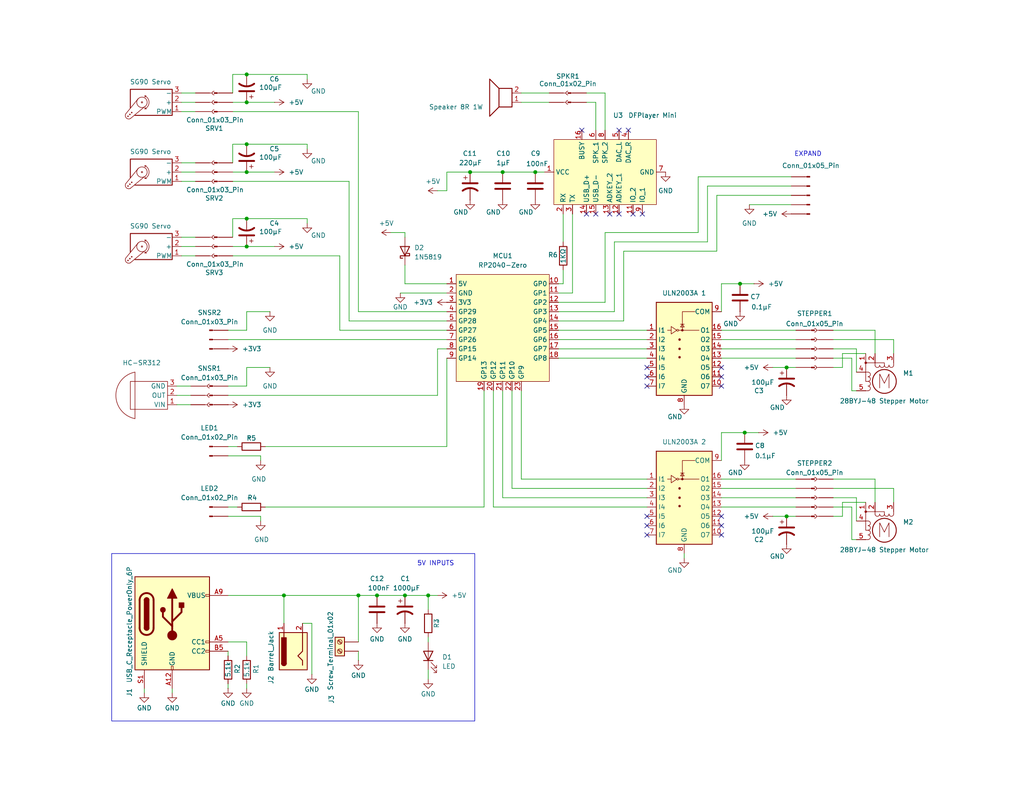
<source format=kicad_sch>
(kicad_sch (version 20250114) (generator "eeschema") (generator_version "9.0")
  (paper "USLetter")
  (title_block (title "Creature Control") (date "2025-10-09") (rev "1.2"))
  (lib_symbols
    (symbol "Conn_01x02_Pin_1" (pin_numbers (hide yes)) (pin_names (offset 1.016) (hide yes))
      (property "Reference" "J" (at 0 2.54 0))
      (property "Value" "Conn_01x02_Pin" (at 0 -5.08 0))
      (symbol "Conn_01x02_Pin_1_1_1"
        (pin passive line (at 5.08 0 180) (length 3.81) (name "Pin_1") (number "1"))
        (pin passive line (at 5.08 -2.54 180) (length 3.81) (name "Pin_2") (number "2"))
      )
    )
    (symbol "Conn_01x03_Pin_1" (pin_numbers (hide yes)) (pin_names (offset 1.016) (hide yes))
      (property "Reference" "J" (at 0 5.08 0))
      (property "Value" "Conn_01x03_Pin" (at 0 -5.08 0))
      (symbol "Conn_01x03_Pin_1_1_1"
        (pin passive line (at 5.08 2.54 180) (length 3.81) (name "Pin_1") (number "1"))
        (pin passive line (at 5.08 0 180) (length 3.81) (name "Pin_2") (number "2"))
        (pin passive line (at 5.08 -2.54 180) (length 3.81) (name "Pin_3") (number "3"))
      )
    )
    (symbol "Conn_01x03_Pin_2" (pin_numbers (hide yes)) (pin_names (offset 1.016) (hide yes))
      (property "Reference" "J" (at 0 5.08 0))
      (property "Value" "Conn_01x03_Pin" (at 0 -5.08 0))
      (symbol "Conn_01x03_Pin_2_1_1"
        (pin passive line (at 5.08 2.54 180) (length 3.81) (name "Pin_1") (number "1"))
        (pin passive line (at 5.08 0 180) (length 3.81) (name "Pin_2") (number "2"))
        (pin passive line (at 5.08 -2.54 180) (length 3.81) (name "Pin_3") (number "3"))
      )
    )
    (symbol "Conn_01x03_Socket_1" (pin_numbers (hide yes)) (pin_names (offset 1.016) (hide yes))
      (property "Reference" "J" (at 0 5.08 0))
      (property "Value" "Conn_01x03_Socket" (at 0 -5.08 0))
      (symbol "Conn_01x03_Socket_1_1_1"
        (pin passive line (at -5.08 2.54 0) (length 3.81) (name "Pin_1") (number "1"))
        (pin passive line (at -5.08 0 0) (length 3.81) (name "Pin_2") (number "2"))
        (pin passive line (at -5.08 -2.54 0) (length 3.81) (name "Pin_3") (number "3"))
      )
    )
    (symbol "Conn_01x05_Pin_1" (pin_numbers (hide yes)) (pin_names (offset 1.016) (hide yes))
      (property "Reference" "J" (at 0 7.62 0))
      (property "Value" "Conn_01x05_Pin" (at 0 -7.62 0))
      (symbol "Conn_01x05_Pin_1_1_1"
        (pin passive line (at 5.08 5.08 180) (length 3.81) (name "Pin_1") (number "1"))
        (pin passive line (at 5.08 2.54 180) (length 3.81) (name "Pin_2") (number "2"))
        (pin passive line (at 5.08 0 180) (length 3.81) (name "Pin_3") (number "3"))
        (pin passive line (at 5.08 -2.54 180) (length 3.81) (name "Pin_4") (number "4"))
        (pin passive line (at 5.08 -5.08 180) (length 3.81) (name "Pin_5") (number "5"))
      )
    )
    (symbol "Connector:Barrel_Jack" (pin_names (offset 1.016))
      (property "Reference" "J" (at 0 5.334 0))
      (property "Value" "Barrel_Jack" (at 0 -5.08 0))
      (symbol "Barrel_Jack_1_1"
        (pin passive line (at 7.62 2.54 180) (length 2.54) (name "~") (number "1"))
        (pin passive line (at 7.62 -2.54 180) (length 2.54) (name "~") (number "2"))
      )
    )
    (symbol "Connector:Conn_01x02_Pin" (pin_numbers (hide yes)) (pin_names (offset 1.016) (hide yes))
      (property "Reference" "J" (at 0 2.54 0))
      (property "Value" "Conn_01x02_Pin" (at 0 -5.08 0))
      (symbol "Conn_01x02_Pin_1_1"
        (pin passive line (at 5.08 0 180) (length 3.81) (name "Pin_1") (number "1"))
        (pin passive line (at 5.08 -2.54 180) (length 3.81) (name "Pin_2") (number "2"))
      )
    )
    (symbol "Connector:Conn_01x02_Socket" (pin_numbers (hide yes)) (pin_names (offset 1.016) (hide yes))
      (property "Reference" "J" (at 0 2.54 0))
      (property "Value" "Conn_01x02_Socket" (at 0 -5.08 0))
      (symbol "Conn_01x02_Socket_1_1"
        (pin passive line (at -5.08 0 0) (length 3.81) (name "Pin_1") (number "1"))
        (pin passive line (at -5.08 -2.54 0) (length 3.81) (name "Pin_2") (number "2"))
      )
    )
    (symbol "Connector:Conn_01x03_Pin" (pin_numbers (hide yes)) (pin_names (offset 1.016) (hide yes))
      (property "Reference" "J" (at 0 5.08 0))
      (property "Value" "Conn_01x03_Pin" (at 0 -5.08 0))
      (symbol "Conn_01x03_Pin_1_1"
        (pin passive line (at 5.08 2.54 180) (length 3.81) (name "Pin_1") (number "1"))
        (pin passive line (at 5.08 0 180) (length 3.81) (name "Pin_2") (number "2"))
        (pin passive line (at 5.08 -2.54 180) (length 3.81) (name "Pin_3") (number "3"))
      )
    )
    (symbol "Connector:Conn_01x05_Pin" (pin_numbers (hide yes)) (pin_names (offset 1.016) (hide yes))
      (property "Reference" "J" (at 0 7.62 0))
      (property "Value" "Conn_01x05_Pin" (at 0 -7.62 0))
      (symbol "Conn_01x05_Pin_1_1"
        (pin passive line (at 5.08 5.08 180) (length 3.81) (name "Pin_1") (number "1"))
        (pin passive line (at 5.08 2.54 180) (length 3.81) (name "Pin_2") (number "2"))
        (pin passive line (at 5.08 0 180) (length 3.81) (name "Pin_3") (number "3"))
        (pin passive line (at 5.08 -2.54 180) (length 3.81) (name "Pin_4") (number "4"))
        (pin passive line (at 5.08 -5.08 180) (length 3.81) (name "Pin_5") (number "5"))
      )
    )
    (symbol "Connector:Conn_01x05_Socket" (pin_numbers (hide yes)) (pin_names (offset 1.016) (hide yes))
      (property "Reference" "J" (at 0 7.62 0))
      (property "Value" "Conn_01x05_Socket" (at 0 -7.62 0))
      (symbol "Conn_01x05_Socket_1_1"
        (pin passive line (at -5.08 5.08 0) (length 3.81) (name "Pin_1") (number "1"))
        (pin passive line (at -5.08 2.54 0) (length 3.81) (name "Pin_2") (number "2"))
        (pin passive line (at -5.08 0 0) (length 3.81) (name "Pin_3") (number "3"))
        (pin passive line (at -5.08 -2.54 0) (length 3.81) (name "Pin_4") (number "4"))
        (pin passive line (at -5.08 -5.08 0) (length 3.81) (name "Pin_5") (number "5"))
      )
    )
    (symbol "Connector:Screw_Terminal_01x02" (pin_numbers (hide yes)) (pin_names (offset 1.016) (hide yes))
      (property "Reference" "J" (at 0 2.54 0))
      (property "Value" "Screw_Terminal_01x02" (at 0 -5.08 0))
      (symbol "Screw_Terminal_01x02_1_1"
        (pin passive line (at -5.08 0 0) (length 3.81) (name "Pin_1") (number "1"))
        (pin passive line (at -5.08 -2.54 0) (length 3.81) (name "Pin_2") (number "2"))
      )
    )
    (symbol "Connector:USB_C_Receptacle_PowerOnly_6P" (pin_names (offset 1.016))
      (property "Reference" "J" (at 0 16.51 0))
      (property "Value" "USB_C_Receptacle_PowerOnly_6P" (at 0 13.97 0))
      (symbol "USB_C_Receptacle_PowerOnly_6P_1_1"
        (pin passive line (at -7.62 -17.78 90) (length 5.08) (name "SHIELD") (number "S1"))
        (pin passive line (at 0 -17.78 90) (length 5.08) (name "GND") (number "A12"))
        (pin passive line (at 0 -17.78 90) (length 5.08) (hide yes) (name "GND") (number "B12"))
        (pin passive line (at 15.24 7.62 180) (length 5.08) (name "VBUS") (number "A9"))
        (pin passive line (at 15.24 7.62 180) (length 5.08) (hide yes) (name "VBUS") (number "B9"))
        (pin bidirectional line (at 15.24 -5.08 180) (length 5.08) (name "CC1") (number "A5"))
        (pin bidirectional line (at 15.24 -7.62 180) (length 5.08) (name "CC2") (number "B5"))
      )
    )
    (symbol "Device:C" (pin_numbers (hide yes)) (pin_names (offset 0.254))
      (property "Reference" "C" (at 0.635 2.54 0))
      (property "Value" "C" (at 0.635 -2.54 0))
      (symbol "C_1_1"
        (pin passive line (at 0 3.81 270) (length 2.794) (name "~") (number "1"))
        (pin passive line (at 0 -3.81 90) (length 2.794) (name "~") (number "2"))
      )
    )
    (symbol "Device:C_Polarized_US" (pin_numbers (hide yes)) (pin_names (offset 0.254) (hide yes))
      (property "Reference" "C" (at 0.635 2.54 0))
      (property "Value" "C_Polarized_US" (at 0.635 -2.54 0))
      (symbol "C_Polarized_US_1_1"
        (pin passive line (at 0 3.81 270) (length 2.794) (name "~") (number "1"))
        (pin passive line (at 0 -3.81 90) (length 3.302) (name "~") (number "2"))
      )
    )
    (symbol "Device:LED" (pin_numbers (hide yes)) (pin_names (offset 1.016) (hide yes))
      (property "Reference" "D" (at 0 2.54 0))
      (property "Value" "LED" (at 0 -2.54 0))
      (symbol "LED_1_1"
        (pin passive line (at -3.81 0 0) (length 2.54) (name "K") (number "1"))
        (pin passive line (at 3.81 0 180) (length 2.54) (name "A") (number "2"))
      )
    )
    (symbol "Device:R" (pin_numbers (hide yes)) (pin_names (offset 0) (hide yes))
      (property "Reference" "R" (at 2.032 0 90))
      (property "Value" "R" (at 0 0 90))
      (symbol "R_1_1"
        (pin passive line (at 0 3.81 270) (length 1.27) (name "~") (number "1"))
        (pin passive line (at 0 -3.81 90) (length 1.27) (name "~") (number "2"))
      )
    )
    (symbol "Device:Speaker" (pin_names (offset 0) (hide yes))
      (property "Reference" "LS" (at 1.27 5.715 0))
      (property "Value" "Speaker" (at 1.27 3.81 0))
      (symbol "Speaker_1_1"
        (pin input line (at -5.08 0 0) (length 2.54) (name "1") (number "1"))
        (pin input line (at -5.08 -2.54 0) (length 2.54) (name "2") (number "2"))
      )
    )
    (symbol "Diode:1N5819" (pin_numbers (hide yes)) (pin_names (offset 1.016) (hide yes))
      (property "Reference" "D" (at 0 2.54 0))
      (property "Value" "1N5819" (at 0 -2.54 0))
      (symbol "1N5819_1_1"
        (pin passive line (at -3.81 0 0) (length 2.54) (name "K") (number "1"))
        (pin passive line (at 3.81 0 180) (length 2.54) (name "A") (number "2"))
      )
    )
    (symbol "Ken_Library:DFPlayer_Mini"
      (property "Reference" "U" (at -7.62 15.24 0))
      (property "Value" "DFPlayer Mini" (at 7.62 -15.24 0))
      (symbol "DFPlayer_Mini_1_1"
        (pin input line (at -11.43 11.43 0) (length 2.54) (name "RX") (number "2"))
        (pin output line (at -11.43 8.89 0) (length 2.54) (name "TX") (number "3"))
        (pin bidirectional line (at -11.43 5.08 0) (length 2.54) (name "USB_D+") (number "14"))
        (pin bidirectional line (at -11.43 2.54 0) (length 2.54) (name "USB_D-") (number "15"))
        (pin input line (at -11.43 -1.27 0) (length 2.54) (name "ADKEY_2") (number "13"))
        (pin input line (at -11.43 -3.81 0) (length 2.54) (name "ADKEY_1") (number "12"))
        (pin input line (at -11.43 -7.62 0) (length 2.54) (name "IO_2") (number "11"))
        (pin input line (at -11.43 -10.16 0) (length 2.54) (name "IO_1") (number "9"))
        (pin power_in line (at 0 16.51 270) (length 2.54) (name "VCC") (number "1"))
        (pin passive line (at 0 -16.51 90) (length 2.54) (hide yes) (name "GND") (number "10"))
        (pin power_in line (at 0 -16.51 90) (length 2.54) (name "GND") (number "7"))
        (pin output line (at 11.43 6.35 180) (length 2.54) (name "BUSY") (number "16"))
        (pin output line (at 11.43 2.54 180) (length 2.54) (name "SPK_1") (number "6"))
        (pin output line (at 11.43 0 180) (length 2.54) (name "SPK_2") (number "8"))
        (pin output line (at 11.43 -3.81 180) (length 2.54) (name "DAC_L") (number "5"))
        (pin output line (at 11.43 -6.35 180) (length 2.54) (name "DAC_R") (number "4"))
      )
    )
    (symbol "Ken_Library:HC-SR312"
      (property "Reference" "PIR Motion Sensor" (at 0 7.112 0))
      (symbol "HC-SR312_1_1"
        (pin input line (at -2.54 -11.43 90) (length 2.54) (name "VIN") (number "1"))
        (pin output line (at 0 -11.43 90) (length 2.54) (name "OUT") (number "2"))
        (pin input line (at 2.54 -11.43 90) (length 2.54) (name "GND") (number "3"))
      )
    )
    (symbol "Ken_Library:RP2040-Zero"
      (property "Reference" "U" (at 0 0 0))
      (property "Value" "RP2040-Zero" (at 0 8.89 0))
      (symbol "RP2040-Zero_1_1"
        (pin power_in line (at -15.24 5.08 0) (length 2.54) (name "5V") (number "1"))
        (pin power_in line (at -15.24 2.54 0) (length 2.54) (name "GND") (number "2"))
        (pin power_in line (at -15.24 0 0) (length 2.54) (name "3V3") (number "3"))
        (pin bidirectional line (at -15.24 -2.54 0) (length 2.54) (name "GP29") (number "4"))
        (pin bidirectional line (at -15.24 -5.08 0) (length 2.54) (name "GP28") (number "5"))
        (pin bidirectional line (at -15.24 -7.62 0) (length 2.54) (name "GP27") (number "6"))
        (pin bidirectional line (at -15.24 -10.16 0) (length 2.54) (name "GP26") (number "7"))
        (pin bidirectional line (at -15.24 -12.7 0) (length 2.54) (name "GP15") (number "8"))
        (pin bidirectional line (at -15.24 -15.24 0) (length 2.54) (name "GP14") (number "9"))
        (pin bidirectional line (at -5.08 -24.13 90) (length 2.54) (name "GP13") (number "19"))
        (pin bidirectional line (at -2.54 -24.13 90) (length 2.54) (name "GP12") (number "20"))
        (pin bidirectional line (at 0 -24.13 90) (length 2.54) (name "GP11") (number "21"))
        (pin bidirectional line (at 2.54 -24.13 90) (length 2.54) (name "GP10") (number "22"))
        (pin bidirectional line (at 5.08 -24.13 90) (length 2.54) (name "GP9") (number "23"))
        (pin bidirectional line (at 15.24 5.08 180) (length 2.54) (name "GP0") (number "10"))
        (pin bidirectional line (at 15.24 2.54 180) (length 2.54) (name "GP1") (number "11"))
        (pin bidirectional line (at 15.24 0 180) (length 2.54) (name "GP2") (number "12"))
        (pin bidirectional line (at 15.24 -2.54 180) (length 2.54) (name "GP3") (number "13"))
        (pin bidirectional line (at 15.24 -5.08 180) (length 2.54) (name "GP4") (number "14"))
        (pin bidirectional line (at 15.24 -7.62 180) (length 2.54) (name "GP5") (number "15"))
        (pin bidirectional line (at 15.24 -10.16 180) (length 2.54) (name "GP6") (number "16"))
        (pin bidirectional line (at 15.24 -12.7 180) (length 2.54) (name "GP7") (number "17"))
        (pin bidirectional line (at 15.24 -15.24 180) (length 2.54) (name "GP8") (number "18"))
      )
    )
    (symbol "Motor:Motor_Servo" (pin_names (offset 0.0254))
      (property "Reference" "M" (at -5.08 4.445 0))
      (property "Value" "Motor_Servo" (at -5.08 -4.064 0))
      (symbol "Motor_Servo_1_1"
        (pin passive line (at -7.62 2.54 0) (length 2.54) (name "PWM") (number "1"))
        (pin passive line (at -7.62 0 0) (length 2.54) (name "+") (number "2"))
        (pin passive line (at -7.62 -2.54 0) (length 2.54) (name "-") (number "3"))
      )
    )
    (symbol "Motor:Stepper_Motor_unipolar_5pin" (pin_names (offset 0) (hide yes))
      (property "Reference" "M" (at 3.81 2.54 0))
      (property "Value" "Stepper_Motor_unipolar_5pin" (at 3.81 1.27 0))
      (symbol "Stepper_Motor_unipolar_5pin_1_1"
        (pin passive line (at -7.62 2.54 0) (length 2.54) (name "~") (number "4"))
        (pin passive line (at -7.62 -2.54 0) (length 2.54) (name "~") (number "5"))
        (pin passive line (at -5.08 7.62 270) (length 2.54) (name "~") (number "1"))
        (pin passive line (at -2.54 7.62 270) (length 2.54) (name "~") (number "2"))
        (pin passive line (at 2.54 7.62 270) (length 2.54) (name "-") (number "3"))
      )
    )
    (symbol "R_1" (pin_numbers (hide yes)) (pin_names (offset 0) (hide yes))
      (property "Reference" "R" (at 2.032 0 90))
      (property "Value" "R" (at 0 0 90))
      (symbol "R_1_1_1"
        (pin passive line (at 0 3.81 270) (length 1.27) (name "~") (number "1"))
        (pin passive line (at 0 -3.81 90) (length 1.27) (name "~") (number "2"))
      )
    )
    (symbol "R_2" (pin_numbers (hide yes)) (pin_names (offset 0) (hide yes))
      (property "Reference" "R" (at 2.032 0 90))
      (property "Value" "R" (at 0 0 90))
      (symbol "R_2_1_1"
        (pin passive line (at 0 3.81 270) (length 1.27) (name "~") (number "1"))
        (pin passive line (at 0 -3.81 90) (length 1.27) (name "~") (number "2"))
      )
    )
    (symbol "R_3" (pin_numbers (hide yes)) (pin_names (offset 0) (hide yes))
      (property "Reference" "R" (at 2.032 0 90))
      (property "Value" "R" (at 0 0 90))
      (symbol "R_3_1_1"
        (pin passive line (at 0 3.81 270) (length 1.27) (name "~") (number "1"))
        (pin passive line (at 0 -3.81 90) (length 1.27) (name "~") (number "2"))
      )
    )
    (symbol "Transistor_Array:ULN2003"
      (property "Reference" "U" (at 0 15.875 0))
      (property "Value" "ULN2003" (at 0 13.97 0))
      (symbol "ULN2003_1_1"
        (pin input line (at -10.16 5.08 0) (length 2.54) (name "I1") (number "1"))
        (pin input line (at -10.16 2.54 0) (length 2.54) (name "I2") (number "2"))
        (pin input line (at -10.16 0 0) (length 2.54) (name "I3") (number "3"))
        (pin input line (at -10.16 -2.54 0) (length 2.54) (name "I4") (number "4"))
        (pin input line (at -10.16 -5.08 0) (length 2.54) (name "I5") (number "5"))
        (pin input line (at -10.16 -7.62 0) (length 2.54) (name "I6") (number "6"))
        (pin input line (at -10.16 -10.16 0) (length 2.54) (name "I7") (number "7"))
        (pin power_in line (at 0 -15.24 90) (length 2.54) (name "GND") (number "8"))
        (pin passive line (at 10.16 10.16 180) (length 2.54) (name "COM") (number "9"))
        (pin open_collector line (at 10.16 5.08 180) (length 2.54) (name "O1") (number "16"))
        (pin open_collector line (at 10.16 2.54 180) (length 2.54) (name "O2") (number "15"))
        (pin open_collector line (at 10.16 0 180) (length 2.54) (name "O3") (number "14"))
        (pin open_collector line (at 10.16 -2.54 180) (length 2.54) (name "O4") (number "13"))
        (pin open_collector line (at 10.16 -5.08 180) (length 2.54) (name "O5") (number "12"))
        (pin open_collector line (at 10.16 -7.62 180) (length 2.54) (name "O6") (number "11"))
        (pin open_collector line (at 10.16 -10.16 180) (length 2.54) (name "O7") (number "10"))
      )
    )
    (symbol "power:+3V3" (power) (pin_numbers (hide yes)) (pin_names (offset 0) (hide yes))
      (property "Value" "+3V3" (at 0 3.556 0))
      (symbol "+3V3_1_1"
        (pin power_in line (at 0 0 90) (length 0) (name "~") (number "1"))
      )
    )
    (symbol "power:+5V" (power) (pin_numbers (hide yes)) (pin_names (offset 0) (hide yes))
      (property "Value" "+5V" (at 0 3.556 0))
      (symbol "+5V_1_1"
        (pin power_in line (at 0 0 90) (length 0) (name "~") (number "1"))
      )
    )
    (symbol "power:GND" (power) (pin_numbers (hide yes)) (pin_names (offset 0) (hide yes))
      (property "Value" "GND" (at 0 -3.81 0))
      (symbol "GND_1_1"
        (pin power_in line (at 0 0 270) (length 0) (name "~") (number "1"))
      )
    )
  )
  (rectangle (start 30.48 151.13) (end 129.54 196.85))
  (text "5V INPUTS" (at 118.872 153.924 0) (effects (font (size 1.27 1.27))))
  (text "EXPAND" (at 220.472 42.164 0) (effects (font (size 1.27 1.27))))
  (junction (at 110.49 162.56))
  (junction (at 67.31 59.69))
  (junction (at 201.93 77.47))
  (junction (at 67.31 27.94))
  (junction (at 67.31 67.31))
  (junction (at 97.79 162.56))
  (junction (at 137.16 46.99))
  (junction (at 214.63 100.33))
  (junction (at 203.2 118.11))
  (junction (at 128.27 46.99))
  (junction (at 77.47 162.56))
  (junction (at 67.31 39.37))
  (junction (at 214.63 140.97))
  (junction (at 102.87 162.56))
  (junction (at 67.31 46.99))
  (junction (at 146.05 46.99))
  (junction (at 67.31 20.32))
  (junction (at 116.84 162.56))
  (no_connect (at 176.53 140.97))
  (no_connect (at 160.02 58.42))
  (no_connect (at 196.85 100.33))
  (no_connect (at 172.72 58.42))
  (no_connect (at 196.85 146.05))
  (no_connect (at 175.26 58.42))
  (no_connect (at 171.45 35.56))
  (no_connect (at 158.75 35.56))
  (no_connect (at 176.53 100.33))
  (no_connect (at 168.91 58.42))
  (no_connect (at 176.53 146.05))
  (no_connect (at 166.37 58.42))
  (no_connect (at 176.53 143.51))
  (no_connect (at 196.85 143.51))
  (no_connect (at 162.56 58.42))
  (no_connect (at 176.53 105.41))
  (no_connect (at 168.91 35.56))
  (no_connect (at 196.85 140.97))
  (no_connect (at 176.53 102.87))
  (no_connect (at 196.85 105.41))
  (no_connect (at 196.85 102.87))
  (wire (pts (xy 227.33 130.81) (xy 238.76 130.81)))
  (wire (pts (xy 116.84 162.56) (xy 116.84 166.37)))
  (wire (pts (xy 229.87 96.52) (xy 229.87 100.33)))
  (wire (pts (xy 63.5 20.32) (xy 67.31 20.32)))
  (wire (pts (xy 109.22 80.01) (xy 121.92 80.01)))
  (wire (pts (xy 116.84 173.99) (xy 116.84 175.26)))
  (wire (pts (xy 149.86 25.4) (xy 142.24 25.4)))
  (wire (pts (xy 53.34 67.31) (xy 49.53 67.31)))
  (wire (pts (xy 149.86 27.94) (xy 142.24 27.94)))
  (wire (pts (xy 152.4 95.25) (xy 176.53 95.25)))
  (wire (pts (xy 49.53 30.48) (xy 53.34 30.48)))
  (wire (pts (xy 53.34 25.4) (xy 49.53 25.4)))
  (wire (pts (xy 193.04 50.8) (xy 215.9 50.8)))
  (wire (pts (xy 95.25 87.63) (xy 95.25 49.53)))
  (wire (pts (xy 196.85 97.79) (xy 217.17 97.79)))
  (wire (pts (xy 53.34 46.99) (xy 49.53 46.99)))
  (wire (pts (xy 110.49 77.47) (xy 110.49 72.39)))
  (wire (pts (xy 62.23 140.97) (xy 71.12 140.97)))
  (wire (pts (xy 83.82 60.96) (xy 83.82 59.69)))
  (wire (pts (xy 243.84 133.35) (xy 243.84 137.16)))
  (wire (pts (xy 67.31 85.09) (xy 73.66 85.09)))
  (wire (pts (xy 53.34 27.94) (xy 49.53 27.94)))
  (wire (pts (xy 232.41 147.32) (xy 233.68 147.32)))
  (wire (pts (xy 83.82 21.59) (xy 83.82 20.32)))
  (wire (pts (xy 67.31 175.26) (xy 62.23 175.26)))
  (wire (pts (xy 196.85 90.17) (xy 217.17 90.17)))
  (wire (pts (xy 152.4 85.09) (xy 167.64 85.09)))
  (wire (pts (xy 67.31 105.41) (xy 62.23 105.41)))
  (wire (pts (xy 77.47 162.56) (xy 97.79 162.56)))
  (wire (pts (xy 196.85 133.35) (xy 217.17 133.35)))
  (wire (pts (xy 63.5 44.45) (xy 63.5 39.37)))
  (wire (pts (xy 165.1 25.4) (xy 160.02 25.4)))
  (wire (pts (xy 110.49 77.47) (xy 121.92 77.47)))
  (wire (pts (xy 229.87 137.16) (xy 229.87 140.97)))
  (wire (pts (xy 196.85 135.89) (xy 217.17 135.89)))
  (wire (pts (xy 48.26 105.41) (xy 52.07 105.41)))
  (wire (pts (xy 71.12 140.97) (xy 71.12 142.24)))
  (wire (pts (xy 39.37 189.23) (xy 39.37 187.96)))
  (wire (pts (xy 238.76 90.17) (xy 238.76 96.52)))
  (wire (pts (xy 92.71 69.85) (xy 92.71 90.17)))
  (wire (pts (xy 63.5 39.37) (xy 67.31 39.37)))
  (wire (pts (xy 152.4 82.55) (xy 165.1 82.55)))
  (wire (pts (xy 233.68 95.25) (xy 233.68 101.6)))
  (wire (pts (xy 196.85 125.73) (xy 196.85 118.11)))
  (wire (pts (xy 83.82 39.37) (xy 67.31 39.37)))
  (wire (pts (xy 116.84 162.56) (xy 119.38 162.56)))
  (wire (pts (xy 152.4 90.17) (xy 176.53 90.17)))
  (wire (pts (xy 233.68 95.25) (xy 227.33 95.25)))
  (wire (pts (xy 167.64 85.09) (xy 167.64 66.04)))
  (wire (pts (xy 196.85 92.71) (xy 217.17 92.71)))
  (wire (pts (xy 85.09 170.18) (xy 85.09 184.15)))
  (wire (pts (xy 121.92 52.07) (xy 121.92 46.99)))
  (wire (pts (xy 229.87 96.52) (xy 236.22 96.52)))
  (wire (pts (xy 67.31 179.07) (xy 67.31 175.26)))
  (wire (pts (xy 110.49 63.5) (xy 106.68 63.5)))
  (wire (pts (xy 153.67 66.04) (xy 153.67 58.42)))
  (wire (pts (xy 71.12 124.46) (xy 71.12 125.73)))
  (wire (pts (xy 67.31 187.96) (xy 67.31 186.69)))
  (wire (pts (xy 83.82 59.69) (xy 67.31 59.69)))
  (wire (pts (xy 62.23 124.46) (xy 71.12 124.46)))
  (wire (pts (xy 137.16 106.68) (xy 137.16 135.89)))
  (wire (pts (xy 153.67 77.47) (xy 152.4 77.47)))
  (wire (pts (xy 205.74 77.47) (xy 201.93 77.47)))
  (wire (pts (xy 63.5 67.31) (xy 67.31 67.31)))
  (wire (pts (xy 46.99 189.23) (xy 46.99 187.96)))
  (wire (pts (xy 82.55 170.18) (xy 85.09 170.18)))
  (wire (pts (xy 97.79 85.09) (xy 121.92 85.09)))
  (wire (pts (xy 121.92 46.99) (xy 128.27 46.99)))
  (wire (pts (xy 214.63 140.97) (xy 217.17 140.97)))
  (wire (pts (xy 102.87 162.56) (xy 110.49 162.56)))
  (wire (pts (xy 170.18 87.63) (xy 170.18 68.58)))
  (wire (pts (xy 232.41 106.68) (xy 233.68 106.68)))
  (wire (pts (xy 196.85 95.25) (xy 217.17 95.25)))
  (wire (pts (xy 153.67 77.47) (xy 153.67 73.66)))
  (wire (pts (xy 63.5 64.77) (xy 63.5 59.69)))
  (wire (pts (xy 165.1 35.56) (xy 165.1 25.4)))
  (wire (pts (xy 165.1 82.55) (xy 165.1 63.5)))
  (wire (pts (xy 128.27 46.99) (xy 137.16 46.99)))
  (wire (pts (xy 190.5 63.5) (xy 190.5 48.26)))
  (wire (pts (xy 97.79 162.56) (xy 102.87 162.56)))
  (wire (pts (xy 227.33 135.89) (xy 233.68 135.89)))
  (wire (pts (xy 53.34 64.77) (xy 49.53 64.77)))
  (wire (pts (xy 137.16 135.89) (xy 176.53 135.89)))
  (wire (pts (xy 196.85 118.11) (xy 203.2 118.11)))
  (wire (pts (xy 232.41 97.79) (xy 232.41 106.68)))
  (wire (pts (xy 62.23 179.07) (xy 62.23 177.8)))
  (wire (pts (xy 97.79 180.34) (xy 97.79 177.8)))
  (wire (pts (xy 152.4 87.63) (xy 170.18 87.63)))
  (wire (pts (xy 63.5 27.94) (xy 67.31 27.94)))
  (wire (pts (xy 233.68 135.89) (xy 233.68 142.24)))
  (wire (pts (xy 63.5 25.4) (xy 63.5 20.32)))
  (wire (pts (xy 49.53 69.85) (xy 53.34 69.85)))
  (wire (pts (xy 110.49 162.56) (xy 116.84 162.56)))
  (wire (pts (xy 64.77 121.92) (xy 62.23 121.92)))
  (wire (pts (xy 132.08 138.43) (xy 132.08 106.68)))
  (wire (pts (xy 63.5 49.53) (xy 95.25 49.53)))
  (wire (pts (xy 229.87 137.16) (xy 236.22 137.16)))
  (wire (pts (xy 63.5 30.48) (xy 97.79 30.48)))
  (wire (pts (xy 142.24 130.81) (xy 176.53 130.81)))
  (wire (pts (xy 196.85 138.43) (xy 217.17 138.43)))
  (wire (pts (xy 63.5 69.85) (xy 92.71 69.85)))
  (wire (pts (xy 121.92 121.92) (xy 121.92 97.79)))
  (wire (pts (xy 72.39 121.92) (xy 121.92 121.92)))
  (wire (pts (xy 165.1 63.5) (xy 190.5 63.5)))
  (wire (pts (xy 62.23 162.56) (xy 77.47 162.56)))
  (wire (pts (xy 49.53 49.53) (xy 53.34 49.53)))
  (wire (pts (xy 48.26 110.49) (xy 52.07 110.49)))
  (wire (pts (xy 67.31 105.41) (xy 67.31 100.33)))
  (wire (pts (xy 195.58 68.58) (xy 195.58 53.34)))
  (wire (pts (xy 162.56 35.56) (xy 162.56 27.94)))
  (wire (pts (xy 196.85 85.09) (xy 196.85 77.47)))
  (wire (pts (xy 67.31 67.31) (xy 74.93 67.31)))
  (wire (pts (xy 243.84 92.71) (xy 227.33 92.71)))
  (wire (pts (xy 97.79 162.56) (xy 97.79 175.26)))
  (wire (pts (xy 152.4 92.71) (xy 176.53 92.71)))
  (wire (pts (xy 162.56 27.94) (xy 160.02 27.94)))
  (wire (pts (xy 62.23 92.71) (xy 121.92 92.71)))
  (wire (pts (xy 196.85 77.47) (xy 201.93 77.47)))
  (wire (pts (xy 67.31 90.17) (xy 67.31 85.09)))
  (wire (pts (xy 119.38 95.25) (xy 121.92 95.25)))
  (wire (pts (xy 92.71 90.17) (xy 121.92 90.17)))
  (wire (pts (xy 142.24 106.68) (xy 142.24 130.81)))
  (wire (pts (xy 63.5 46.99) (xy 67.31 46.99)))
  (wire (pts (xy 67.31 100.33) (xy 73.66 100.33)))
  (wire (pts (xy 214.63 100.33) (xy 217.17 100.33)))
  (wire (pts (xy 137.16 46.99) (xy 146.05 46.99)))
  (wire (pts (xy 134.62 106.68) (xy 134.62 138.43)))
  (wire (pts (xy 53.34 44.45) (xy 49.53 44.45)))
  (wire (pts (xy 77.47 162.56) (xy 77.47 170.18)))
  (wire (pts (xy 227.33 138.43) (xy 232.41 138.43)))
  (wire (pts (xy 48.26 107.95) (xy 52.07 107.95)))
  (wire (pts (xy 146.05 46.99) (xy 148.59 46.99)))
  (wire (pts (xy 207.01 118.11) (xy 203.2 118.11)))
  (wire (pts (xy 167.64 66.04) (xy 193.04 66.04)))
  (wire (pts (xy 238.76 90.17) (xy 227.33 90.17)))
  (wire (pts (xy 139.7 106.68) (xy 139.7 133.35)))
  (wire (pts (xy 67.31 46.99) (xy 74.93 46.99)))
  (wire (pts (xy 227.33 133.35) (xy 243.84 133.35)))
  (wire (pts (xy 152.4 80.01) (xy 156.21 80.01)))
  (wire (pts (xy 227.33 140.97) (xy 229.87 140.97)))
  (wire (pts (xy 243.84 92.71) (xy 243.84 96.52)))
  (wire (pts (xy 67.31 27.94) (xy 74.93 27.94)))
  (wire (pts (xy 134.62 138.43) (xy 176.53 138.43)))
  (wire (pts (xy 62.23 187.96) (xy 62.23 186.69)))
  (wire (pts (xy 210.82 140.97) (xy 214.63 140.97)))
  (wire (pts (xy 83.82 20.32) (xy 67.31 20.32)))
  (wire (pts (xy 83.82 40.64) (xy 83.82 39.37)))
  (wire (pts (xy 64.77 138.43) (xy 62.23 138.43)))
  (wire (pts (xy 119.38 52.07) (xy 121.92 52.07)))
  (wire (pts (xy 139.7 133.35) (xy 176.53 133.35)))
  (wire (pts (xy 72.39 138.43) (xy 132.08 138.43)))
  (wire (pts (xy 152.4 97.79) (xy 176.53 97.79)))
  (wire (pts (xy 67.31 90.17) (xy 62.23 90.17)))
  (wire (pts (xy 97.79 30.48) (xy 97.79 85.09)))
  (wire (pts (xy 110.49 64.77) (xy 110.49 63.5)))
  (wire (pts (xy 210.82 100.33) (xy 214.63 100.33)))
  (wire (pts (xy 121.92 87.63) (xy 95.25 87.63)))
  (wire (pts (xy 190.5 48.26) (xy 215.9 48.26)))
  (wire (pts (xy 232.41 138.43) (xy 232.41 147.32)))
  (wire (pts (xy 193.04 66.04) (xy 193.04 50.8)))
  (wire (pts (xy 116.84 185.42) (xy 116.84 182.88)))
  (wire (pts (xy 204.47 55.88) (xy 215.9 55.88)))
  (wire (pts (xy 232.41 97.79) (xy 227.33 97.79)))
  (wire (pts (xy 229.87 100.33) (xy 227.33 100.33)))
  (wire (pts (xy 170.18 68.58) (xy 195.58 68.58)))
  (wire (pts (xy 156.21 80.01) (xy 156.21 58.42)))
  (wire (pts (xy 62.23 107.95) (xy 119.38 107.95)))
  (wire (pts (xy 186.69 152.4) (xy 186.69 151.13)))
  (wire (pts (xy 195.58 53.34) (xy 215.9 53.34)))
  (wire (pts (xy 238.76 130.81) (xy 238.76 137.16)))
  (wire (pts (xy 196.85 130.81) (xy 217.17 130.81)))
  (wire (pts (xy 119.38 107.95) (xy 119.38 95.25)))
  (wire (pts (xy 63.5 59.69) (xy 67.31 59.69)))
  (symbol (lib_id "Motor:Stepper_Motor_unipolar_5pin") (at 241.3 144.78 0) (unit 1)
    (property "Reference" "M2" (at 246.38 142.532 0) (effects (justify left)))
    (property "Value" "28BYJ-48 Stepper Motor" (at 229.108 150.114 0) (effects (justify left)))
    (property "Datasheet" "http://www.infineon.com/dgdl/Application-Note-TLE8110EE_driving_UniPolarStepperMotor_V1.1.pdf?fileId=db3a30431be39b97011be5d0aa0a00b0" (effects (hide yes)))
    (property "Description" "5-wire unipolar stepper motor" (effects (hide yes)))
  )
  (symbol (lib_name "Conn_01x05_Pin_1") (lib_id "Connector:Conn_01x05_Pin") (at 222.25 135.89 180) (unit 1)
    (property "Reference" "STEPPER2" (at 217.424 126.492 0) (effects (justify right)))
    (property "Value" "Conn_01x05_Pin" (at 214.376 129.032 0) (effects (justify right)))
    (property "Description" "Generic connector, single row, 01x05, script generated" (effects (hide yes)))
  )
  (symbol (lib_id "Connector:Conn_01x03_Pin") (at 58.42 67.31 0) (unit 1)
    (property "Reference" "SRV3" (at 60.96 74.422 0) (effects (justify right)))
    (property "Value" "Conn_01x03_Pin" (at 66.548 72.136 0) (effects (justify right)))
    (property "Description" "Generic connector, single row, 01x03, script generated" (effects (hide yes)))
  )
  (symbol (lib_id "power:GND") (at 83.82 21.59 0) (unit 1)
    (property "Reference" "#PWR022" (effects (hide yes)))
    (property "Value" "GND" (at 86.868 24.892 0))
    (property "Description" "Power symbol creates a global label with name \"GND\" , ground" (effects (hide yes)))
  )
  (symbol (lib_id "power:GND") (at 201.93 85.09 0) (unit 1)
    (property "Reference" "#PWR011" (effects (hide yes)))
    (property "Value" "GND" (at 199.39 88.392 0))
    (property "Description" "Power symbol creates a global label with name \"GND\" , ground" (effects (hide yes)))
  )
  (symbol (lib_id "power:GND") (at 62.23 187.96 0) (unit 1)
    (property "Reference" "#PWR038" (effects (hide yes)))
    (property "Value" "GND" (at 62.23 192.024 0))
    (property "Description" "Power symbol creates a global label with name \"GND\" , ground" (effects (hide yes)))
  )
  (symbol (lib_id "power:GND") (at 110.49 170.18 0) (unit 1)
    (property "Reference" "#PWR09" (effects (hide yes)))
    (property "Value" "GND" (at 110.49 174.498 0))
    (property "Description" "Power symbol creates a global label with name \"GND\" , ground" (effects (hide yes)))
  )
  (symbol (lib_id "Motor:Motor_Servo") (at 41.91 67.31 180) (unit 1)
    (property "Reference" "SERVO1" (effects (hide yes)))
    (property "Value" "SG90 Servo" (at 46.736 61.722 0) (effects (justify left)))
    (property "Datasheet" "http://forums.parallax.com/uploads/attachments/46831/74481.png" (effects (hide yes)))
    (property "Description" "Servo Motor (Futaba, HiTec, JR connector)" (effects (hide yes)))
  )
  (symbol (lib_id "Device:C_Polarized_US") (at 214.63 144.78 0) (unit 1)
    (property "Reference" "C2" (at 205.74 147.32 0) (effects (justify left)))
    (property "Value" "100µF" (at 204.978 145.034 0) (effects (justify left)))
    (property "Description" "Polarized capacitor, US symbol" (effects (hide yes)))
  )
  (symbol (lib_id "Device:Speaker") (at 137.16 27.94 180) (unit 1)
    (property "Reference" "LS1" (effects (hide yes)))
    (property "Value" "Speaker 8R 1W" (at 131.826 29.21 0) (effects (justify left)))
    (property "Description" "Speaker" (effects (hide yes)))
  )
  (symbol (lib_name "R_3") (lib_id "Device:R") (at 153.67 69.85 180) (unit 1)
    (property "Reference" "R6" (at 150.876 69.596 0))
    (property "Value" "1KΩ" (at 153.67 67.818 90) (effects (justify left)))
    (property "Description" "Resistor" (effects (hide yes)))
  )
  (symbol (lib_id "power:GND") (at 73.66 100.33 0) (unit 1)
    (property "Reference" "#PWR020" (effects (hide yes)))
    (property "Value" "GND" (at 73.66 105.41 0))
    (property "Description" "Power symbol creates a global label with name \"GND\" , ground" (effects (hide yes)))
  )
  (symbol (lib_name "R_3") (lib_id "Device:R") (at 116.84 170.18 0) (unit 1)
    (property "Reference" "R3" (at 119.126 170.18 90))
    (property "Value" "~" (at 119.38 170.1799 90) (effects (justify left)))
    (property "Description" "Resistor" (effects (hide yes)))
  )
  (symbol (lib_id "Device:C_Polarized_US") (at 67.31 24.13 180) (unit 1)
    (property "Reference" "C6" (at 76.2 21.59 0) (effects (justify left)))
    (property "Value" "100µF" (at 76.962 23.876 0) (effects (justify left)))
    (property "Description" "Polarized capacitor, US symbol" (effects (hide yes)))
  )
  (symbol (lib_id "Motor:Stepper_Motor_unipolar_5pin") (at 241.3 104.14 0) (unit 1)
    (property "Reference" "M1" (at 246.38 101.892 0) (effects (justify left)))
    (property "Value" "28BYJ-48 Stepper Motor" (at 229.108 109.474 0) (effects (justify left)))
    (property "Datasheet" "http://www.infineon.com/dgdl/Application-Note-TLE8110EE_driving_UniPolarStepperMotor_V1.1.pdf?fileId=db3a30431be39b97011be5d0aa0a00b0" (effects (hide yes)))
    (property "Description" "5-wire unipolar stepper motor" (effects (hide yes)))
  )
  (symbol (lib_name "Conn_01x03_Pin_1") (lib_id "Connector:Conn_01x03_Pin") (at 57.15 107.95 0) (unit 1)
    (property "Reference" "SNSR1" (at 57.15 100.584 0))
    (property "Value" "Conn_01x03_Pin" (at 57.15 103.124 0))
    (property "Description" "Generic connector, single row, 01x03, script generated" (effects (hide yes)))
  )
  (symbol (lib_id "Transistor_Array:ULN2003") (at 186.69 95.25 0) (unit 1)
    (property "Reference" "U4" (effects (hide yes)))
    (property "Value" "ULN2003A 1" (at 186.69 80.01 0))
    (property "Datasheet" "http://www.ti.com/lit/ds/symlink/uln2003a.pdf" (effects (hide yes)))
    (property "Description" "High Voltage, High Current Darlington Transistor Arrays, SOIC16/SOIC16W/DIP16/TSSOP16" (effects (hide yes)))
  )
  (symbol (lib_id "Device:C_Polarized_US") (at 67.31 43.18 180) (unit 1)
    (property "Reference" "C5" (at 76.2 40.64 0) (effects (justify left)))
    (property "Value" "100µF" (at 76.962 42.926 0) (effects (justify left)))
    (property "Description" "Polarized capacitor, US symbol" (effects (hide yes)))
  )
  (symbol (lib_id "Connector:Conn_01x05_Socket") (at 222.25 95.25 180) (unit 1)
    (property "Reference" "J9" (effects (hide yes)))
    (property "Value" "Conn_01x05_Socket" (effects (hide yes)))
    (property "Description" "Generic connector, single row, 01x05, script generated" (effects (hide yes)))
  )
  (symbol (lib_id "power:GND") (at 128.27 54.61 0) (unit 1)
    (property "Reference" "#PWR044" (effects (hide yes)))
    (property "Value" "GND" (at 125.73 57.912 0))
    (property "Description" "Power symbol creates a global label with name \"GND\" , ground" (effects (hide yes)))
  )
  (symbol (lib_id "power:+3V3") (at 62.23 110.49 270) (unit 1)
    (property "Reference" "#PWR034" (effects (hide yes)))
    (property "Value" "+3V3" (at 66.04 110.4899 90) (effects (justify left)))
    (property "Description" "Power symbol creates a global label with name \"+3V3\"" (effects (hide yes)))
  )
  (symbol (lib_id "Connector:Conn_01x05_Pin") (at 220.98 53.34 180) (unit 1)
    (property "Reference" "J12" (effects (hide yes)))
    (property "Value" "Conn_01x05_Pin" (at 221.234 45.212 0))
    (property "Description" "Generic connector, single row, 01x05, script generated" (effects (hide yes)))
  )
  (symbol (lib_id "Transistor_Array:ULN2003") (at 186.69 135.89 0) (unit 1)
    (property "Reference" "U1" (effects (hide yes)))
    (property "Value" "ULN2003A 2" (at 186.69 120.65 0))
    (property "Datasheet" "http://www.ti.com/lit/ds/symlink/uln2003a.pdf" (effects (hide yes)))
    (property "Description" "High Voltage, High Current Darlington Transistor Arrays, SOIC16/SOIC16W/DIP16/TSSOP16" (effects (hide yes)))
  )
  (symbol (lib_id "power:GND") (at 181.61 46.99 0) (unit 1)
    (property "Reference" "#PWR07" (effects (hide yes)))
    (property "Value" "GND" (at 181.61 52.07 0))
    (property "Description" "Power symbol creates a global label with name \"GND\" , ground" (effects (hide yes)))
  )
  (symbol (lib_id "power:GND") (at 73.66 85.09 0) (unit 1)
    (property "Reference" "#PWR03" (effects (hide yes)))
    (property "Value" "GND" (at 73.66 90.17 0))
    (property "Description" "Power symbol creates a global label with name \"GND\" , ground" (effects (hide yes)))
  )
  (symbol (lib_name "Conn_01x03_Socket_1") (lib_id "Connector:Conn_01x03_Socket") (at 58.42 67.31 0) (unit 1)
    (property "Reference" "J5" (effects (hide yes)))
    (property "Value" "Conn_01x03_Socket" (effects (hide yes)))
    (property "Description" "Generic connector, single row, 01x03, script generated" (effects (hide yes)))
  )
  (symbol (lib_id "Connector:Barrel_Jack") (at 80.01 177.8 90) (unit 1)
    (property "Reference" "J2" (at 73.914 184.404 0) (effects (justify right)))
    (property "Value" "Barrel_Jack" (at 73.914 172.212 0) (effects (justify right)))
    (property "Description" "DC Barrel Jack" (effects (hide yes)))
  )
  (symbol (lib_id "Device:R") (at 68.58 138.43 90) (unit 1)
    (property "Reference" "R4" (at 68.834 135.89 90))
    (property "Value" "~" (at 68.5799 135.89 90) (effects (justify left)))
    (property "Description" "Resistor" (effects (hide yes)))
  )
  (symbol (lib_id "power:GND") (at 97.79 180.34 0) (unit 1)
    (property "Reference" "#PWR05" (effects (hide yes)))
    (property "Value" "GND" (at 97.79 184.404 0))
    (property "Description" "Power symbol creates a global label with name \"GND\" , ground" (effects (hide yes)))
  )
  (symbol (lib_name "R_3") (lib_id "Device:R") (at 68.58 121.92 90) (unit 1)
    (property "Reference" "R5" (at 68.58 119.634 90))
    (property "Value" "~" (at 68.5799 119.38 90) (effects (justify left)))
    (property "Description" "Resistor" (effects (hide yes)))
  )
  (symbol (lib_id "power:GND") (at 116.84 185.42 0) (unit 1)
    (property "Reference" "#PWR030" (effects (hide yes)))
    (property "Value" "GND" (at 116.84 189.484 0))
    (property "Description" "Power symbol creates a global label with name \"GND\" , ground" (effects (hide yes)))
  )
  (symbol (lib_id "Motor:Motor_Servo") (at 41.91 27.94 180) (unit 1)
    (property "Reference" "SERVO3" (effects (hide yes)))
    (property "Value" "SG90 Servo" (at 46.736 22.352 0) (effects (justify left)))
    (property "Datasheet" "http://forums.parallax.com/uploads/attachments/46831/74481.png" (effects (hide yes)))
    (property "Description" "Servo Motor (Futaba, HiTec, JR connector)" (effects (hide yes)))
  )
  (symbol (lib_id "power:GND") (at 85.09 184.15 0) (unit 1)
    (property "Reference" "#PWR041" (effects (hide yes)))
    (property "Value" "GND" (at 85.09 188.214 0))
    (property "Description" "Power symbol creates a global label with name \"GND\" , ground" (effects (hide yes)))
  )
  (symbol (lib_id "Device:C") (at 137.16 50.8 180) (unit 1)
    (property "Reference" "C10" (at 135.382 41.91 0) (effects (justify right)))
    (property "Value" "1µF" (at 135.382 44.45 0) (effects (justify right)))
    (property "Description" "Unpolarized capacitor" (effects (hide yes)))
  )
  (symbol (lib_id "Device:C") (at 102.87 166.37 180) (unit 1)
    (property "Reference" "C12" (at 102.87 157.988 0))
    (property "Value" "100nF" (at 100.33 160.528 0) (effects (justify right)))
    (property "Description" "Unpolarized capacitor" (effects (hide yes)))
  )
  (symbol (lib_id "Ken_Library:RP2040-Zero") (at 137.16 82.55 0) (unit 1)
    (property "Reference" "MCU1" (at 137.16 69.85 0))
    (property "Value" "RP2040-Zero" (at 137.16 72.39 0))
  )
  (symbol (lib_id "power:GND") (at 203.2 125.73 0) (unit 1)
    (property "Reference" "#PWR013" (effects (hide yes)))
    (property "Value" "GND" (at 200.66 129.032 0))
    (property "Description" "Power symbol creates a global label with name \"GND\" , ground" (effects (hide yes)))
  )
  (symbol (lib_id "Device:C_Polarized_US") (at 214.63 104.14 0) (unit 1)
    (property "Reference" "C3" (at 205.74 106.68 0) (effects (justify left)))
    (property "Value" "100µF" (at 204.978 104.394 0) (effects (justify left)))
    (property "Description" "Polarized capacitor, US symbol" (effects (hide yes)))
  )
  (symbol (lib_id "Device:C") (at 201.93 81.28 180) (unit 1)
    (property "Reference" "C7" (at 204.724 81.026 0) (effects (justify right)))
    (property "Value" "0.1µF" (at 204.978 83.82 0) (effects (justify right)))
    (property "Description" "Unpolarized capacitor" (effects (hide yes)))
  )
  (symbol (lib_id "power:GND") (at 46.99 189.23 0) (unit 1)
    (property "Reference" "#PWR037" (effects (hide yes)))
    (property "Value" "GND" (at 46.99 193.294 0))
    (property "Description" "Power symbol creates a global label with name \"GND\" , ground" (effects (hide yes)))
  )
  (symbol (lib_id "power:+3V3") (at 121.92 82.55 90) (unit 1)
    (property "Reference" "#PWR035" (effects (hide yes)))
    (property "Value" "+3V3" (at 118.11 82.5499 90) (effects (justify left)))
    (property "Description" "Power symbol creates a global label with name \"+3V3\"" (effects (hide yes)))
  )
  (symbol (lib_id "power:GND") (at 83.82 60.96 0) (unit 1)
    (property "Reference" "#PWR018" (effects (hide yes)))
    (property "Value" "GND" (at 86.868 64.262 0))
    (property "Description" "Power symbol creates a global label with name \"GND\" , ground" (effects (hide yes)))
  )
  (symbol (lib_id "Device:C") (at 146.05 50.8 180) (unit 1)
    (property "Reference" "C9" (at 144.78 41.91 0) (effects (justify right)))
    (property "Value" "100nF" (at 143.51 44.704 0) (effects (justify right)))
    (property "Description" "Unpolarized capacitor" (effects (hide yes)))
  )
  (symbol (lib_id "power:+5V") (at 210.82 140.97 90) (unit 1)
    (property "Reference" "#PWR029" (effects (hide yes)))
    (property "Value" "+5V" (at 207.01 140.9699 90) (effects (justify left)))
    (property "Description" "Power symbol creates a global label with name \"+5V\"" (effects (hide yes)))
  )
  (symbol (lib_id "Device:LED") (at 116.84 179.07 90) (unit 1)
    (property "Reference" "D1" (at 120.65 179.3874 90) (effects (justify right)))
    (property "Value" "LED" (at 120.65 181.9274 90) (effects (justify right)))
    (property "Description" "Light emitting diode" (effects (hide yes)))
  )
  (symbol (lib_id "power:+5V") (at 210.82 100.33 90) (unit 1)
    (property "Reference" "#PWR027" (effects (hide yes)))
    (property "Value" "+5V" (at 207.01 100.3299 90) (effects (justify left)))
    (property "Description" "Power symbol creates a global label with name \"+5V\"" (effects (hide yes)))
  )
  (symbol (lib_id "power:+5V") (at 74.93 46.99 270) (unit 1)
    (property "Reference" "#PWR015" (effects (hide yes)))
    (property "Value" "+5V" (at 78.74 46.9901 90) (effects (justify left)))
    (property "Description" "Power symbol creates a global label with name \"+5V\"" (effects (hide yes)))
  )
  (symbol (lib_id "Device:C_Polarized_US") (at 128.27 50.8 0) (unit 1)
    (property "Reference" "C11" (at 126.238 41.91 0) (effects (justify left)))
    (property "Value" "220µF" (at 125.222 44.45 0) (effects (justify left)))
    (property "Description" "Polarized capacitor, US symbol" (effects (hide yes)))
  )
  (symbol (lib_id "power:GND") (at 137.16 54.61 0) (unit 1)
    (property "Reference" "#PWR043" (effects (hide yes)))
    (property "Value" "GND" (at 134.62 57.912 0))
    (property "Description" "Power symbol creates a global label with name \"GND\" , ground" (effects (hide yes)))
  )
  (symbol (lib_id "power:GND") (at 214.63 107.95 0) (unit 1)
    (property "Reference" "#PWR012" (effects (hide yes)))
    (property "Value" "GND" (at 212.09 111.252 0))
    (property "Description" "Power symbol creates a global label with name \"GND\" , ground" (effects (hide yes)))
  )
  (symbol (lib_id "power:GND") (at 102.87 170.18 0) (unit 1)
    (property "Reference" "#PWR045" (effects (hide yes)))
    (property "Value" "GND" (at 102.87 174.498 0))
    (property "Description" "Power symbol creates a global label with name \"GND\" , ground" (effects (hide yes)))
  )
  (symbol (lib_id "power:+5V") (at 106.68 63.5 90) (unit 1)
    (property "Reference" "#PWR04" (effects (hide yes)))
    (property "Value" "+5V" (at 105.41 60.96 90))
    (property "Description" "Power symbol creates a global label with name \"+5V\"" (effects (hide yes)))
  )
  (symbol (lib_name "Conn_01x02_Pin_1") (lib_id "Connector:Conn_01x02_Pin") (at 57.15 121.92 0) (unit 1)
    (property "Reference" "LED1" (at 57.15 116.84 0))
    (property "Value" "Conn_01x02_Pin" (at 57.15 119.38 0))
    (property "Description" "Generic connector, single row, 01x02, script generated" (effects (hide yes)))
  )
  (symbol (lib_id "power:GND") (at 109.22 80.01 0) (unit 1)
    (property "Reference" "#PWR06" (effects (hide yes)))
    (property "Value" "GND" (at 109.22 83.82 0))
    (property "Description" "Power symbol creates a global label with name \"GND\" , ground" (effects (hide yes)))
  )
  (symbol (lib_id "Diode:1N5819") (at 110.49 68.58 90) (unit 1)
    (property "Reference" "D2" (at 113.03 67.6274 90) (effects (justify right)))
    (property "Value" "1N5819" (at 113.03 70.1674 90) (effects (justify right)))
    (property "Footprint" "Diode_THT:D_DO-41_SOD81_P10.16mm_Horizontal" (effects (hide yes)))
    (property "Datasheet" "http://www.vishay.com/docs/88525/1n5817.pdf" (effects (hide yes)))
    (property "Description" "40V 1A Schottky Barrier Rectifier Diode, DO-41" (effects (hide yes)))
  )
  (symbol (lib_id "Connector:Conn_01x03_Pin") (at 58.42 27.94 0) (unit 1)
    (property "Reference" "SRV1" (at 60.96 35.052 0) (effects (justify right)))
    (property "Value" "Conn_01x03_Pin" (at 66.548 32.766 0) (effects (justify right)))
    (property "Description" "Generic connector, single row, 01x03, script generated" (effects (hide yes)))
  )
  (symbol (lib_id "Device:C") (at 203.2 121.92 180) (unit 1)
    (property "Reference" "C8" (at 205.994 121.666 0) (effects (justify right)))
    (property "Value" "0.1µF" (at 205.994 124.46 0) (effects (justify right)))
    (property "Description" "Unpolarized capacitor" (effects (hide yes)))
  )
  (symbol (lib_id "power:GND") (at 83.82 40.64 0) (unit 1)
    (property "Reference" "#PWR016" (effects (hide yes)))
    (property "Value" "GND" (at 86.868 43.942 0))
    (property "Description" "Power symbol creates a global label with name \"GND\" , ground" (effects (hide yes)))
  )
  (symbol (lib_id "power:+5V") (at 207.01 118.11 270) (unit 1)
    (property "Reference" "#PWR028" (effects (hide yes)))
    (property "Value" "+5V" (at 210.82 118.1099 90) (effects (justify left)))
    (property "Description" "Power symbol creates a global label with name \"+5V\"" (effects (hide yes)))
  )
  (symbol (lib_id "Motor:Motor_Servo") (at 41.91 46.99 180) (unit 1)
    (property "Reference" "SERVO2" (effects (hide yes)))
    (property "Value" "SG90 Servo" (at 46.736 41.402 0) (effects (justify left)))
    (property "Datasheet" "http://forums.parallax.com/uploads/attachments/46831/74481.png" (effects (hide yes)))
    (property "Description" "Servo Motor (Futaba, HiTec, JR connector)" (effects (hide yes)))
  )
  (symbol (lib_id "Device:C_Polarized_US") (at 67.31 63.5 180) (unit 1)
    (property "Reference" "C4" (at 76.2 60.96 0) (effects (justify left)))
    (property "Value" "100µF" (at 76.962 63.246 0) (effects (justify left)))
    (property "Description" "Polarized capacitor, US symbol" (effects (hide yes)))
  )
  (symbol (lib_id "power:+5V") (at 119.38 162.56 270) (unit 1)
    (property "Reference" "#PWR040" (effects (hide yes)))
    (property "Value" "+5V" (at 123.19 162.5599 90) (effects (justify left)))
    (property "Description" "Power symbol creates a global label with name \"+5V\"" (effects (hide yes)))
  )
  (symbol (lib_id "power:GND") (at 67.31 187.96 0) (unit 1)
    (property "Reference" "#PWR039" (effects (hide yes)))
    (property "Value" "GND" (at 67.31 192.024 0))
    (property "Description" "Power symbol creates a global label with name \"GND\" , ground" (effects (hide yes)))
  )
  (symbol (lib_name "Conn_01x03_Pin_2") (lib_id "Connector:Conn_01x03_Pin") (at 57.15 92.71 0) (unit 1)
    (property "Reference" "SNSR2" (at 57.15 85.344 0))
    (property "Value" "Conn_01x03_Pin" (at 57.15 87.884 0))
    (property "Description" "Generic connector, single row, 01x03, script generated" (effects (hide yes)))
  )
  (symbol (lib_id "Connector:USB_C_Receptacle_PowerOnly_6P") (at 46.99 170.18 0) (unit 1)
    (property "Reference" "J1" (at 35.306 190.246 90) (effects (justify left)))
    (property "Value" "USB_C_Receptacle_PowerOnly_6P" (at 35.306 186.436 90) (effects (justify left)))
    (property "Datasheet" "https://www.usb.org/sites/default/files/documents/usb_type-c.zip" (effects (hide yes)))
    (property "Description" "USB Power-Only 6P Type-C Receptacle connector" (effects (hide yes)))
  )
  (symbol (lib_id "power:GND") (at 71.12 142.24 0) (unit 1)
    (property "Reference" "#PWR02" (effects (hide yes)))
    (property "Value" "GND" (at 71.374 147.32 0))
    (property "Description" "Power symbol creates a global label with name \"GND\" , ground" (effects (hide yes)))
  )
  (symbol (lib_id "power:GND") (at 71.12 125.73 0) (unit 1)
    (property "Reference" "#PWR019" (effects (hide yes)))
    (property "Value" "GND" (at 70.612 130.81 0))
    (property "Description" "Power symbol creates a global label with name \"GND\" , ground" (effects (hide yes)))
  )
  (symbol (lib_id "power:+3V3") (at 119.38 52.07 90) (unit 1)
    (property "Reference" "#PWR031" (effects (hide yes)))
    (property "Value" "+5V" (at 118.11 49.53 90))
    (property "Description" "Power symbol creates a global label with name \"+3V3\"" (effects (hide yes)))
  )
  (symbol (lib_id "power:+5V") (at 74.93 27.94 270) (unit 1)
    (property "Reference" "#PWR017" (effects (hide yes)))
    (property "Value" "+5V" (at 78.74 27.9401 90) (effects (justify left)))
    (property "Description" "Power symbol creates a global label with name \"+5V\"" (effects (hide yes)))
  )
  (symbol (lib_id "power:GND") (at 39.37 189.23 0) (unit 1)
    (property "Reference" "#PWR036" (effects (hide yes)))
    (property "Value" "GND" (at 39.37 193.294 0))
    (property "Description" "Power symbol creates a global label with name \"GND\" , ground" (effects (hide yes)))
  )
  (symbol (lib_id "Ken_Library:DFPlayer_Mini") (at 165.1 46.99 90) (unit 1)
    (property "Reference" "U3" (at 168.656 31.496 90))
    (property "Value" "DFPlayer Mini" (at 178.054 31.496 90))
    (property "Footprint" "DIP_Modules:DIP-16_W17.78mm" (effects (hide yes)))
    (property "Datasheet" "https://wiki.dfrobot.com/DFPlayer_Mini_SKU_DFR0299" (effects (hide yes)))
  )
  (symbol (lib_id "power:+5V") (at 215.9 58.42 90) (unit 1)
    (property "Reference" "#PWR032" (effects (hide yes)))
    (property "Value" "+5V" (at 212.09 58.4201 90) (effects (justify left)))
    (property "Description" "Power symbol creates a global label with name \"+5V\"" (effects (hide yes)))
  )
  (symbol (lib_id "Device:C_Polarized_US") (at 110.49 166.37 0) (unit 1)
    (property "Reference" "C1" (at 109.22 157.988 0) (effects (justify left)))
    (property "Value" "1000µF" (at 107.188 160.528 0) (effects (justify left)))
    (property "Description" "Polarized capacitor, US symbol" (effects (hide yes)))
  )
  (symbol (lib_id "power:+5V") (at 205.74 77.47 270) (unit 1)
    (property "Reference" "#PWR026" (effects (hide yes)))
    (property "Value" "+5V" (at 209.55 77.4699 90) (effects (justify left)))
    (property "Description" "Power symbol creates a global label with name \"+5V\"" (effects (hide yes)))
  )
  (symbol (lib_id "power:GND") (at 186.69 110.49 0) (unit 1)
    (property "Reference" "#PWR010" (effects (hide yes)))
    (property "Value" "GND" (at 184.15 113.792 0))
    (property "Description" "Power symbol creates a global label with name \"GND\" , ground" (effects (hide yes)))
  )
  (symbol (lib_id "Connector:Conn_01x05_Socket") (at 222.25 135.89 180) (unit 1)
    (property "Reference" "J8" (effects (hide yes)))
    (property "Value" "Conn_01x05_Socket" (effects (hide yes)))
    (property "Description" "Generic connector, single row, 01x05, script generated" (effects (hide yes)))
  )
  (symbol (lib_name "Conn_01x03_Socket_1") (lib_id "Connector:Conn_01x03_Socket") (at 57.15 107.95 0) (unit 1)
    (property "Reference" "J4" (effects (hide yes)))
    (property "Value" "Conn_01x03_Socket" (effects (hide yes)))
    (property "Description" "Generic connector, single row, 01x03, script generated" (effects (hide yes)))
  )
  (symbol (lib_id "Ken_Library:HC-SR312") (at 36.83 107.95 90) (unit 1)
    (property "Reference" "SNS1" (effects (hide yes)))
    (property "Value" "HC-SR312" (at 38.6696 99.06 90))
  )
  (symbol (lib_id "power:GND") (at 186.69 152.4 0) (unit 1)
    (property "Reference" "#PWR01" (effects (hide yes)))
    (property "Value" "GND" (at 184.15 155.702 0))
    (property "Description" "Power symbol creates a global label with name \"GND\" , ground" (effects (hide yes)))
  )
  (symbol (lib_id "Connector:Screw_Terminal_01x02") (at 92.71 177.8 180) (unit 1)
    (property "Reference" "J3" (at 90.424 189.738 90) (effects (justify left)))
    (property "Value" "Screw_Terminal_01x02" (at 90.17 166.878 90) (effects (justify left)))
    (property "Description" "Generic screw terminal, single row, 01x02, script generated (kicad-library-utils/schlib/autogen/connector/)" (effects (hide yes)))
  )
  (symbol (lib_id "Connector:Conn_01x02_Pin") (at 57.15 138.43 0) (unit 1)
    (property "Reference" "LED2" (at 57.15 133.35 0))
    (property "Value" "Conn_01x02_Pin" (at 57.15 135.89 0))
    (property "Description" "Generic connector, single row, 01x02, script generated" (effects (hide yes)))
  )
  (symbol (lib_name "Conn_01x05_Pin_1") (lib_id "Connector:Conn_01x05_Pin") (at 222.25 95.25 180) (unit 1)
    (property "Reference" "STEPPER1" (at 217.424 85.598 0) (effects (justify right)))
    (property "Value" "Conn_01x05_Pin" (at 214.376 88.392 0) (effects (justify right)))
    (property "Description" "Generic connector, single row, 01x05, script generated" (effects (hide yes)))
  )
  (symbol (lib_id "power:GND") (at 204.47 55.88 0) (unit 1)
    (property "Reference" "#PWR021" (effects (hide yes)))
    (property "Value" "GND" (at 204.47 60.96 0))
    (property "Description" "Power symbol creates a global label with name \"GND\" , ground" (effects (hide yes)))
  )
  (symbol (lib_name "R_2") (lib_id "Device:R") (at 62.23 182.88 0) (unit 1)
    (property "Reference" "R2" (at 64.77 182.626 90))
    (property "Value" "5.1k" (at 62.23 184.912 90) (effects (justify left)))
    (property "Description" "Resistor" (effects (hide yes)))
  )
  (symbol (lib_name "R_1") (lib_id "Device:R") (at 67.31 182.88 0) (unit 1)
    (property "Reference" "R1" (at 69.85 182.626 90))
    (property "Value" "5.1k" (at 67.31 184.912 90) (effects (justify left)))
    (property "Description" "Resistor" (effects (hide yes)))
  )
  (symbol (lib_name "Conn_01x03_Socket_1") (lib_id "Connector:Conn_01x03_Socket") (at 58.42 27.94 0) (unit 1)
    (property "Reference" "J7" (effects (hide yes)))
    (property "Value" "Conn_01x03_Socket" (effects (hide yes)))
    (property "Description" "Generic connector, single row, 01x03, script generated" (effects (hide yes)))
  )
  (symbol (lib_id "power:+3V3") (at 62.23 95.25 270) (unit 1)
    (property "Reference" "#PWR033" (effects (hide yes)))
    (property "Value" "+3V3" (at 66.04 95.2499 90) (effects (justify left)))
    (property "Description" "Power symbol creates a global label with name \"+3V3\"" (effects (hide yes)))
  )
  (symbol (lib_name "Conn_01x03_Socket_1") (lib_id "Connector:Conn_01x03_Socket") (at 58.42 46.99 0) (unit 1)
    (property "Reference" "J6" (effects (hide yes)))
    (property "Value" "Conn_01x03_Socket" (effects (hide yes)))
    (property "Description" "Generic connector, single row, 01x03, script generated" (effects (hide yes)))
  )
  (symbol (lib_name "Conn_01x02_Pin_1") (lib_id "Connector:Conn_01x02_Pin") (at 154.94 25.4 0) (unit 1)
    (property "Reference" "SPKR1" (at 154.94 20.828 0))
    (property "Value" "Conn_01x02_Pin" (at 154.94 22.86 0))
    (property "Description" "Generic connector, single row, 01x02, script generated" (effects (hide yes)))
  )
  (symbol (lib_id "Connector:Conn_01x02_Socket") (at 154.94 25.4 0) (unit 1)
    (property "Reference" "J10" (effects (hide yes)))
    (property "Value" "Conn_01x02_Socket" (effects (hide yes)))
    (property "Description" "Generic connector, single row, 01x02, script generated" (effects (hide yes)))
  )
  (symbol (lib_id "power:+5V") (at 74.93 67.31 270) (unit 1)
    (property "Reference" "#PWR08" (effects (hide yes)))
    (property "Value" "+5V" (at 78.74 67.3101 90) (effects (justify left)))
    (property "Description" "Power symbol creates a global label with name \"+5V\"" (effects (hide yes)))
  )
  (symbol (lib_id "Connector:Conn_01x03_Pin") (at 58.42 46.99 0) (unit 1)
    (property "Reference" "SRV2" (at 60.96 54.102 0) (effects (justify right)))
    (property "Value" "Conn_01x03_Pin" (at 66.548 51.816 0) (effects (justify right)))
    (property "Description" "Generic connector, single row, 01x03, script generated" (effects (hide yes)))
  )
  (symbol (lib_id "power:GND") (at 146.05 54.61 0) (unit 1)
    (property "Reference" "#PWR042" (effects (hide yes)))
    (property "Value" "GND" (at 143.51 57.912 0))
    (property "Description" "Power symbol creates a global label with name \"GND\" , ground" (effects (hide yes)))
  )
  (symbol (lib_id "power:GND") (at 214.63 148.59 0) (unit 1)
    (property "Reference" "#PWR014" (effects (hide yes)))
    (property "Value" "GND" (at 212.09 151.892 0))
    (property "Description" "Power symbol creates a global label with name \"GND\" , ground" (effects (hide yes)))
  )
)
</source>
